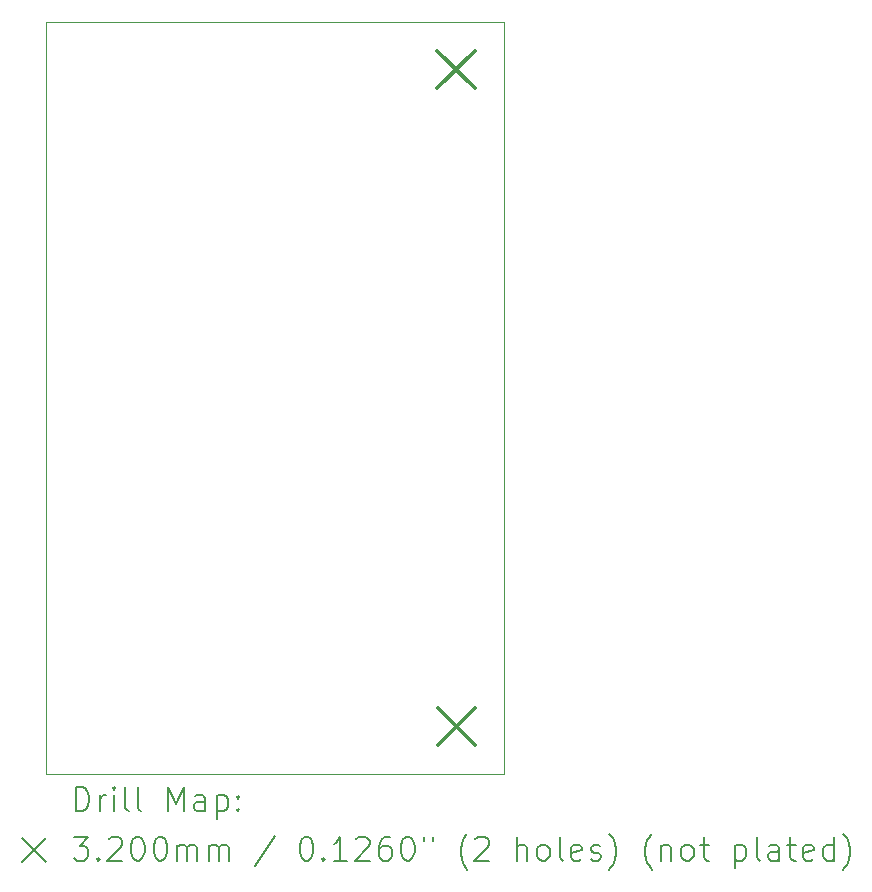
<source format=gbr>
%FSLAX45Y45*%
G04 Gerber Fmt 4.5, Leading zero omitted, Abs format (unit mm)*
G04 Created by KiCad (PCBNEW (6.0.6)) date 2022-08-29 16:13:38*
%MOMM*%
%LPD*%
G01*
G04 APERTURE LIST*
%TA.AperFunction,Profile*%
%ADD10C,0.100000*%
%TD*%
%ADD11C,0.200000*%
%ADD12C,0.320000*%
G04 APERTURE END LIST*
D10*
X13500000Y-2953440D02*
X9624840Y-2953440D01*
X9624840Y-2953440D02*
X9624840Y-9319560D01*
X9624840Y-9319560D02*
X13500000Y-9319560D01*
X13500000Y-9319560D02*
X13500000Y-2953440D01*
D11*
D12*
X12936240Y-3197880D02*
X13256240Y-3517880D01*
X13256240Y-3197880D02*
X12936240Y-3517880D01*
X12938780Y-8760480D02*
X13258780Y-9080480D01*
X13258780Y-8760480D02*
X12938780Y-9080480D01*
D11*
X9877459Y-9635036D02*
X9877459Y-9435036D01*
X9925078Y-9435036D01*
X9953650Y-9444560D01*
X9972697Y-9463608D01*
X9982221Y-9482655D01*
X9991745Y-9520750D01*
X9991745Y-9549322D01*
X9982221Y-9587417D01*
X9972697Y-9606465D01*
X9953650Y-9625512D01*
X9925078Y-9635036D01*
X9877459Y-9635036D01*
X10077459Y-9635036D02*
X10077459Y-9501703D01*
X10077459Y-9539798D02*
X10086983Y-9520750D01*
X10096507Y-9511227D01*
X10115554Y-9501703D01*
X10134602Y-9501703D01*
X10201269Y-9635036D02*
X10201269Y-9501703D01*
X10201269Y-9435036D02*
X10191745Y-9444560D01*
X10201269Y-9454084D01*
X10210792Y-9444560D01*
X10201269Y-9435036D01*
X10201269Y-9454084D01*
X10325078Y-9635036D02*
X10306030Y-9625512D01*
X10296507Y-9606465D01*
X10296507Y-9435036D01*
X10429840Y-9635036D02*
X10410792Y-9625512D01*
X10401269Y-9606465D01*
X10401269Y-9435036D01*
X10658411Y-9635036D02*
X10658411Y-9435036D01*
X10725078Y-9577893D01*
X10791745Y-9435036D01*
X10791745Y-9635036D01*
X10972697Y-9635036D02*
X10972697Y-9530274D01*
X10963173Y-9511227D01*
X10944126Y-9501703D01*
X10906030Y-9501703D01*
X10886983Y-9511227D01*
X10972697Y-9625512D02*
X10953650Y-9635036D01*
X10906030Y-9635036D01*
X10886983Y-9625512D01*
X10877459Y-9606465D01*
X10877459Y-9587417D01*
X10886983Y-9568370D01*
X10906030Y-9558846D01*
X10953650Y-9558846D01*
X10972697Y-9549322D01*
X11067935Y-9501703D02*
X11067935Y-9701703D01*
X11067935Y-9511227D02*
X11086983Y-9501703D01*
X11125078Y-9501703D01*
X11144126Y-9511227D01*
X11153650Y-9520750D01*
X11163173Y-9539798D01*
X11163173Y-9596941D01*
X11153650Y-9615989D01*
X11144126Y-9625512D01*
X11125078Y-9635036D01*
X11086983Y-9635036D01*
X11067935Y-9625512D01*
X11248888Y-9615989D02*
X11258411Y-9625512D01*
X11248888Y-9635036D01*
X11239364Y-9625512D01*
X11248888Y-9615989D01*
X11248888Y-9635036D01*
X11248888Y-9511227D02*
X11258411Y-9520750D01*
X11248888Y-9530274D01*
X11239364Y-9520750D01*
X11248888Y-9511227D01*
X11248888Y-9530274D01*
X9419840Y-9864560D02*
X9619840Y-10064560D01*
X9619840Y-9864560D02*
X9419840Y-10064560D01*
X9858411Y-9855036D02*
X9982221Y-9855036D01*
X9915554Y-9931227D01*
X9944126Y-9931227D01*
X9963173Y-9940750D01*
X9972697Y-9950274D01*
X9982221Y-9969322D01*
X9982221Y-10016941D01*
X9972697Y-10035989D01*
X9963173Y-10045512D01*
X9944126Y-10055036D01*
X9886983Y-10055036D01*
X9867935Y-10045512D01*
X9858411Y-10035989D01*
X10067935Y-10035989D02*
X10077459Y-10045512D01*
X10067935Y-10055036D01*
X10058411Y-10045512D01*
X10067935Y-10035989D01*
X10067935Y-10055036D01*
X10153650Y-9874084D02*
X10163173Y-9864560D01*
X10182221Y-9855036D01*
X10229840Y-9855036D01*
X10248888Y-9864560D01*
X10258411Y-9874084D01*
X10267935Y-9893131D01*
X10267935Y-9912179D01*
X10258411Y-9940750D01*
X10144126Y-10055036D01*
X10267935Y-10055036D01*
X10391745Y-9855036D02*
X10410792Y-9855036D01*
X10429840Y-9864560D01*
X10439364Y-9874084D01*
X10448888Y-9893131D01*
X10458411Y-9931227D01*
X10458411Y-9978846D01*
X10448888Y-10016941D01*
X10439364Y-10035989D01*
X10429840Y-10045512D01*
X10410792Y-10055036D01*
X10391745Y-10055036D01*
X10372697Y-10045512D01*
X10363173Y-10035989D01*
X10353650Y-10016941D01*
X10344126Y-9978846D01*
X10344126Y-9931227D01*
X10353650Y-9893131D01*
X10363173Y-9874084D01*
X10372697Y-9864560D01*
X10391745Y-9855036D01*
X10582221Y-9855036D02*
X10601269Y-9855036D01*
X10620316Y-9864560D01*
X10629840Y-9874084D01*
X10639364Y-9893131D01*
X10648888Y-9931227D01*
X10648888Y-9978846D01*
X10639364Y-10016941D01*
X10629840Y-10035989D01*
X10620316Y-10045512D01*
X10601269Y-10055036D01*
X10582221Y-10055036D01*
X10563173Y-10045512D01*
X10553650Y-10035989D01*
X10544126Y-10016941D01*
X10534602Y-9978846D01*
X10534602Y-9931227D01*
X10544126Y-9893131D01*
X10553650Y-9874084D01*
X10563173Y-9864560D01*
X10582221Y-9855036D01*
X10734602Y-10055036D02*
X10734602Y-9921703D01*
X10734602Y-9940750D02*
X10744126Y-9931227D01*
X10763173Y-9921703D01*
X10791745Y-9921703D01*
X10810792Y-9931227D01*
X10820316Y-9950274D01*
X10820316Y-10055036D01*
X10820316Y-9950274D02*
X10829840Y-9931227D01*
X10848888Y-9921703D01*
X10877459Y-9921703D01*
X10896507Y-9931227D01*
X10906030Y-9950274D01*
X10906030Y-10055036D01*
X11001269Y-10055036D02*
X11001269Y-9921703D01*
X11001269Y-9940750D02*
X11010792Y-9931227D01*
X11029840Y-9921703D01*
X11058411Y-9921703D01*
X11077459Y-9931227D01*
X11086983Y-9950274D01*
X11086983Y-10055036D01*
X11086983Y-9950274D02*
X11096507Y-9931227D01*
X11115554Y-9921703D01*
X11144126Y-9921703D01*
X11163173Y-9931227D01*
X11172697Y-9950274D01*
X11172697Y-10055036D01*
X11563173Y-9845512D02*
X11391745Y-10102655D01*
X11820316Y-9855036D02*
X11839364Y-9855036D01*
X11858411Y-9864560D01*
X11867935Y-9874084D01*
X11877459Y-9893131D01*
X11886983Y-9931227D01*
X11886983Y-9978846D01*
X11877459Y-10016941D01*
X11867935Y-10035989D01*
X11858411Y-10045512D01*
X11839364Y-10055036D01*
X11820316Y-10055036D01*
X11801268Y-10045512D01*
X11791745Y-10035989D01*
X11782221Y-10016941D01*
X11772697Y-9978846D01*
X11772697Y-9931227D01*
X11782221Y-9893131D01*
X11791745Y-9874084D01*
X11801268Y-9864560D01*
X11820316Y-9855036D01*
X11972697Y-10035989D02*
X11982221Y-10045512D01*
X11972697Y-10055036D01*
X11963173Y-10045512D01*
X11972697Y-10035989D01*
X11972697Y-10055036D01*
X12172697Y-10055036D02*
X12058411Y-10055036D01*
X12115554Y-10055036D02*
X12115554Y-9855036D01*
X12096507Y-9883608D01*
X12077459Y-9902655D01*
X12058411Y-9912179D01*
X12248888Y-9874084D02*
X12258411Y-9864560D01*
X12277459Y-9855036D01*
X12325078Y-9855036D01*
X12344126Y-9864560D01*
X12353649Y-9874084D01*
X12363173Y-9893131D01*
X12363173Y-9912179D01*
X12353649Y-9940750D01*
X12239364Y-10055036D01*
X12363173Y-10055036D01*
X12534602Y-9855036D02*
X12496507Y-9855036D01*
X12477459Y-9864560D01*
X12467935Y-9874084D01*
X12448888Y-9902655D01*
X12439364Y-9940750D01*
X12439364Y-10016941D01*
X12448888Y-10035989D01*
X12458411Y-10045512D01*
X12477459Y-10055036D01*
X12515554Y-10055036D01*
X12534602Y-10045512D01*
X12544126Y-10035989D01*
X12553649Y-10016941D01*
X12553649Y-9969322D01*
X12544126Y-9950274D01*
X12534602Y-9940750D01*
X12515554Y-9931227D01*
X12477459Y-9931227D01*
X12458411Y-9940750D01*
X12448888Y-9950274D01*
X12439364Y-9969322D01*
X12677459Y-9855036D02*
X12696507Y-9855036D01*
X12715554Y-9864560D01*
X12725078Y-9874084D01*
X12734602Y-9893131D01*
X12744126Y-9931227D01*
X12744126Y-9978846D01*
X12734602Y-10016941D01*
X12725078Y-10035989D01*
X12715554Y-10045512D01*
X12696507Y-10055036D01*
X12677459Y-10055036D01*
X12658411Y-10045512D01*
X12648888Y-10035989D01*
X12639364Y-10016941D01*
X12629840Y-9978846D01*
X12629840Y-9931227D01*
X12639364Y-9893131D01*
X12648888Y-9874084D01*
X12658411Y-9864560D01*
X12677459Y-9855036D01*
X12820316Y-9855036D02*
X12820316Y-9893131D01*
X12896507Y-9855036D02*
X12896507Y-9893131D01*
X13191745Y-10131227D02*
X13182221Y-10121703D01*
X13163173Y-10093131D01*
X13153649Y-10074084D01*
X13144126Y-10045512D01*
X13134602Y-9997893D01*
X13134602Y-9959798D01*
X13144126Y-9912179D01*
X13153649Y-9883608D01*
X13163173Y-9864560D01*
X13182221Y-9835989D01*
X13191745Y-9826465D01*
X13258411Y-9874084D02*
X13267935Y-9864560D01*
X13286983Y-9855036D01*
X13334602Y-9855036D01*
X13353649Y-9864560D01*
X13363173Y-9874084D01*
X13372697Y-9893131D01*
X13372697Y-9912179D01*
X13363173Y-9940750D01*
X13248888Y-10055036D01*
X13372697Y-10055036D01*
X13610792Y-10055036D02*
X13610792Y-9855036D01*
X13696507Y-10055036D02*
X13696507Y-9950274D01*
X13686983Y-9931227D01*
X13667935Y-9921703D01*
X13639364Y-9921703D01*
X13620316Y-9931227D01*
X13610792Y-9940750D01*
X13820316Y-10055036D02*
X13801268Y-10045512D01*
X13791745Y-10035989D01*
X13782221Y-10016941D01*
X13782221Y-9959798D01*
X13791745Y-9940750D01*
X13801268Y-9931227D01*
X13820316Y-9921703D01*
X13848888Y-9921703D01*
X13867935Y-9931227D01*
X13877459Y-9940750D01*
X13886983Y-9959798D01*
X13886983Y-10016941D01*
X13877459Y-10035989D01*
X13867935Y-10045512D01*
X13848888Y-10055036D01*
X13820316Y-10055036D01*
X14001268Y-10055036D02*
X13982221Y-10045512D01*
X13972697Y-10026465D01*
X13972697Y-9855036D01*
X14153649Y-10045512D02*
X14134602Y-10055036D01*
X14096507Y-10055036D01*
X14077459Y-10045512D01*
X14067935Y-10026465D01*
X14067935Y-9950274D01*
X14077459Y-9931227D01*
X14096507Y-9921703D01*
X14134602Y-9921703D01*
X14153649Y-9931227D01*
X14163173Y-9950274D01*
X14163173Y-9969322D01*
X14067935Y-9988370D01*
X14239364Y-10045512D02*
X14258411Y-10055036D01*
X14296507Y-10055036D01*
X14315554Y-10045512D01*
X14325078Y-10026465D01*
X14325078Y-10016941D01*
X14315554Y-9997893D01*
X14296507Y-9988370D01*
X14267935Y-9988370D01*
X14248888Y-9978846D01*
X14239364Y-9959798D01*
X14239364Y-9950274D01*
X14248888Y-9931227D01*
X14267935Y-9921703D01*
X14296507Y-9921703D01*
X14315554Y-9931227D01*
X14391745Y-10131227D02*
X14401268Y-10121703D01*
X14420316Y-10093131D01*
X14429840Y-10074084D01*
X14439364Y-10045512D01*
X14448888Y-9997893D01*
X14448888Y-9959798D01*
X14439364Y-9912179D01*
X14429840Y-9883608D01*
X14420316Y-9864560D01*
X14401268Y-9835989D01*
X14391745Y-9826465D01*
X14753649Y-10131227D02*
X14744126Y-10121703D01*
X14725078Y-10093131D01*
X14715554Y-10074084D01*
X14706030Y-10045512D01*
X14696507Y-9997893D01*
X14696507Y-9959798D01*
X14706030Y-9912179D01*
X14715554Y-9883608D01*
X14725078Y-9864560D01*
X14744126Y-9835989D01*
X14753649Y-9826465D01*
X14829840Y-9921703D02*
X14829840Y-10055036D01*
X14829840Y-9940750D02*
X14839364Y-9931227D01*
X14858411Y-9921703D01*
X14886983Y-9921703D01*
X14906030Y-9931227D01*
X14915554Y-9950274D01*
X14915554Y-10055036D01*
X15039364Y-10055036D02*
X15020316Y-10045512D01*
X15010792Y-10035989D01*
X15001268Y-10016941D01*
X15001268Y-9959798D01*
X15010792Y-9940750D01*
X15020316Y-9931227D01*
X15039364Y-9921703D01*
X15067935Y-9921703D01*
X15086983Y-9931227D01*
X15096507Y-9940750D01*
X15106030Y-9959798D01*
X15106030Y-10016941D01*
X15096507Y-10035989D01*
X15086983Y-10045512D01*
X15067935Y-10055036D01*
X15039364Y-10055036D01*
X15163173Y-9921703D02*
X15239364Y-9921703D01*
X15191745Y-9855036D02*
X15191745Y-10026465D01*
X15201268Y-10045512D01*
X15220316Y-10055036D01*
X15239364Y-10055036D01*
X15458411Y-9921703D02*
X15458411Y-10121703D01*
X15458411Y-9931227D02*
X15477459Y-9921703D01*
X15515554Y-9921703D01*
X15534602Y-9931227D01*
X15544126Y-9940750D01*
X15553649Y-9959798D01*
X15553649Y-10016941D01*
X15544126Y-10035989D01*
X15534602Y-10045512D01*
X15515554Y-10055036D01*
X15477459Y-10055036D01*
X15458411Y-10045512D01*
X15667935Y-10055036D02*
X15648888Y-10045512D01*
X15639364Y-10026465D01*
X15639364Y-9855036D01*
X15829840Y-10055036D02*
X15829840Y-9950274D01*
X15820316Y-9931227D01*
X15801268Y-9921703D01*
X15763173Y-9921703D01*
X15744126Y-9931227D01*
X15829840Y-10045512D02*
X15810792Y-10055036D01*
X15763173Y-10055036D01*
X15744126Y-10045512D01*
X15734602Y-10026465D01*
X15734602Y-10007417D01*
X15744126Y-9988370D01*
X15763173Y-9978846D01*
X15810792Y-9978846D01*
X15829840Y-9969322D01*
X15896507Y-9921703D02*
X15972697Y-9921703D01*
X15925078Y-9855036D02*
X15925078Y-10026465D01*
X15934602Y-10045512D01*
X15953649Y-10055036D01*
X15972697Y-10055036D01*
X16115554Y-10045512D02*
X16096507Y-10055036D01*
X16058411Y-10055036D01*
X16039364Y-10045512D01*
X16029840Y-10026465D01*
X16029840Y-9950274D01*
X16039364Y-9931227D01*
X16058411Y-9921703D01*
X16096507Y-9921703D01*
X16115554Y-9931227D01*
X16125078Y-9950274D01*
X16125078Y-9969322D01*
X16029840Y-9988370D01*
X16296507Y-10055036D02*
X16296507Y-9855036D01*
X16296507Y-10045512D02*
X16277459Y-10055036D01*
X16239364Y-10055036D01*
X16220316Y-10045512D01*
X16210792Y-10035989D01*
X16201268Y-10016941D01*
X16201268Y-9959798D01*
X16210792Y-9940750D01*
X16220316Y-9931227D01*
X16239364Y-9921703D01*
X16277459Y-9921703D01*
X16296507Y-9931227D01*
X16372697Y-10131227D02*
X16382221Y-10121703D01*
X16401268Y-10093131D01*
X16410792Y-10074084D01*
X16420316Y-10045512D01*
X16429840Y-9997893D01*
X16429840Y-9959798D01*
X16420316Y-9912179D01*
X16410792Y-9883608D01*
X16401268Y-9864560D01*
X16382221Y-9835989D01*
X16372697Y-9826465D01*
M02*

</source>
